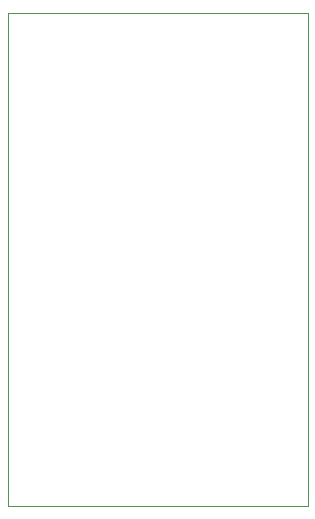
<source format=gm1>
G04 #@! TF.GenerationSoftware,KiCad,Pcbnew,(5.1.10)-1*
G04 #@! TF.CreationDate,2021-07-26T15:24:46+02:00*
G04 #@! TF.ProjectId,esp32,65737033-322e-46b6-9963-61645f706362,rev?*
G04 #@! TF.SameCoordinates,Original*
G04 #@! TF.FileFunction,Profile,NP*
%FSLAX46Y46*%
G04 Gerber Fmt 4.6, Leading zero omitted, Abs format (unit mm)*
G04 Created by KiCad (PCBNEW (5.1.10)-1) date 2021-07-26 15:24:46*
%MOMM*%
%LPD*%
G01*
G04 APERTURE LIST*
G04 #@! TA.AperFunction,Profile*
%ADD10C,0.050000*%
G04 #@! TD*
G04 APERTURE END LIST*
D10*
X85090000Y-106045000D02*
X85090000Y-64262000D01*
X110490000Y-106045000D02*
X85090000Y-106045000D01*
X110490000Y-64262000D02*
X110490000Y-106045000D01*
X85090000Y-64262000D02*
X110490000Y-64262000D01*
M02*

</source>
